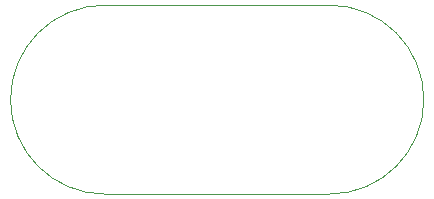
<source format=gm1>
G04*
G04 #@! TF.GenerationSoftware,Altium Limited,Altium Designer,23.3.1 (30)*
G04*
G04 Layer_Color=16711935*
%FSLAX44Y44*%
%MOMM*%
G71*
G04*
G04 #@! TF.SameCoordinates,065D5753-7B19-4784-9F45-B8A4711B8C0D*
G04*
G04*
G04 #@! TF.FilePolarity,Positive*
G04*
G01*
G75*
%ADD36C,0.0254*%
D36*
X267000Y5000D02*
G03*
X267000Y165000I0J80000D01*
G01*
X77033D02*
G03*
X77033Y5000I0J-80000D01*
G01*
X267000D01*
X77033Y165000D02*
X267000D01*
M02*

</source>
